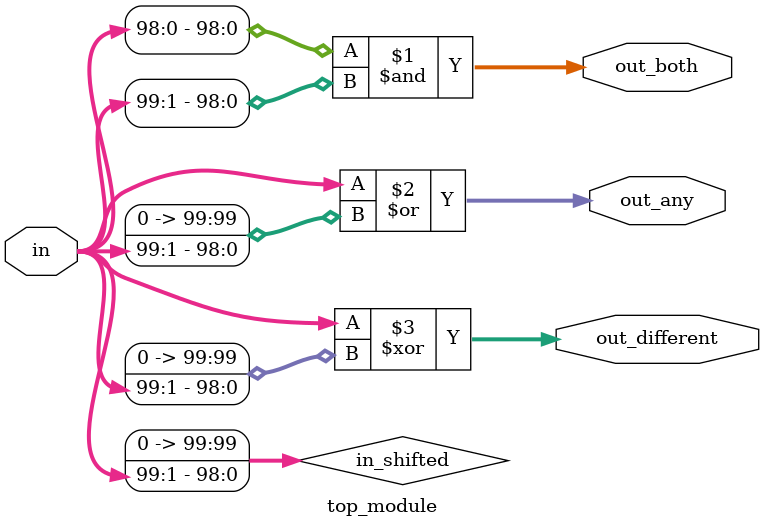
<source format=sv>
module top_module (
    input [99:0] in,
    output [98:0] out_both,
    output [99:0] out_any,
    output [99:0] out_different
);

    wire [99:0] in_shifted;
    
    // Shift the input vector by one bit to the right
    assign in_shifted = {1'b0, in[99:1]};
    
    // Generate out_both by performing bit-wise AND operation
    assign out_both = in[98:0] & in_shifted[98:0];  // 99-bit wide

    // Generate out_any by performing bit-wise OR operation
    assign out_any = in | in_shifted;

    // Generate out_different by performing bit-wise XOR operation
    assign out_different = in ^ in_shifted;

endmodule

</source>
